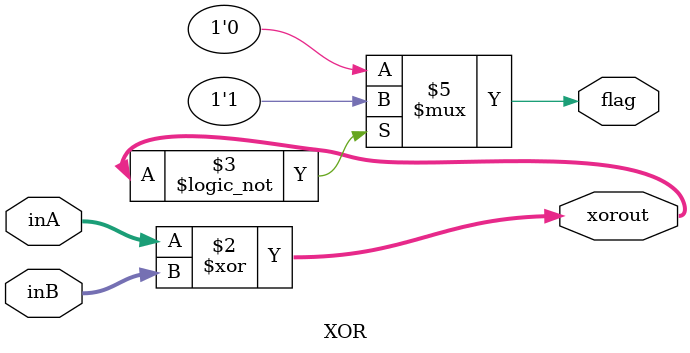
<source format=v>
`timescale 1ns / 1ps


module XOR(inA, inB, xorout, flag);
    input [31:0] inA;
    input [31:0] inB;
    output reg [31:0] xorout;
    output reg flag;
    
    always@(*) begin
        xorout = inA^inB;
        if(xorout==0)
            flag = 1;
        else
            flag = 0;
    end
endmodule
</source>
